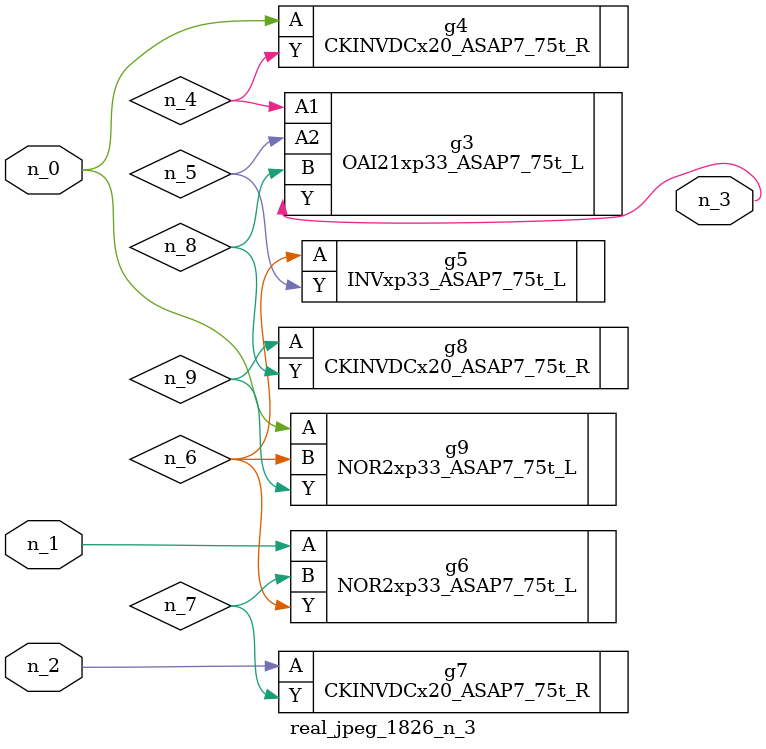
<source format=v>
module real_jpeg_1826_n_3 (n_1, n_0, n_2, n_3);

input n_1;
input n_0;
input n_2;

output n_3;

wire n_5;
wire n_4;
wire n_8;
wire n_6;
wire n_7;
wire n_9;

CKINVDCx20_ASAP7_75t_R g4 ( 
.A(n_0),
.Y(n_4)
);

NOR2xp33_ASAP7_75t_L g9 ( 
.A(n_0),
.B(n_6),
.Y(n_9)
);

NOR2xp33_ASAP7_75t_L g6 ( 
.A(n_1),
.B(n_7),
.Y(n_6)
);

CKINVDCx20_ASAP7_75t_R g7 ( 
.A(n_2),
.Y(n_7)
);

OAI21xp33_ASAP7_75t_L g3 ( 
.A1(n_4),
.A2(n_5),
.B(n_8),
.Y(n_3)
);

INVxp33_ASAP7_75t_L g5 ( 
.A(n_6),
.Y(n_5)
);

CKINVDCx20_ASAP7_75t_R g8 ( 
.A(n_9),
.Y(n_8)
);


endmodule
</source>
